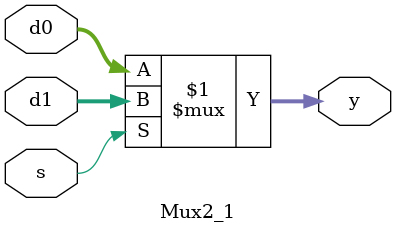
<source format=v>

`timescale 1ns / 1ps
module Mux2_1(s, d0, d1, y);

    /** I/O Signals **/
    input         s;      // Select signal
    input  [31:0] d0;     // Input 0
    input  [31:0] d1;     // Input 1
    output [31:0] y;      // Selected output
    
    /** Module Behavior **/
    // Select between d0 and d1 based on select signal
    assign y = s ? d1 : d0;

endmodule // Mux2_1
 

</source>
